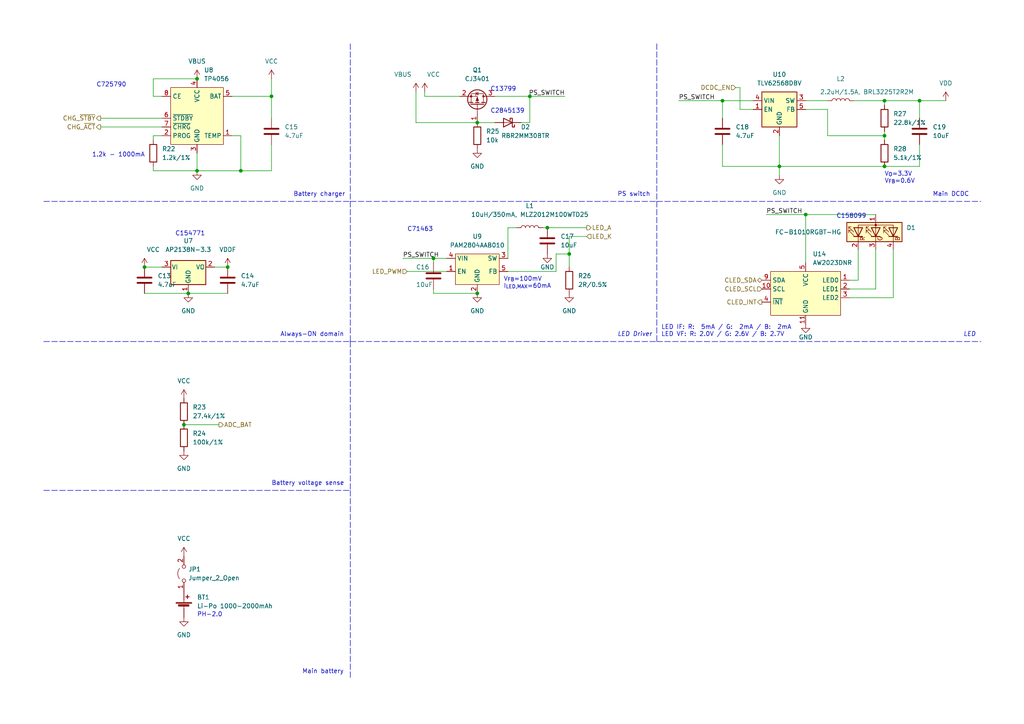
<source format=kicad_sch>
(kicad_sch (version 20211123) (generator eeschema)
  (paper "A4")
  (title_block (title "Home Sensor Tag") (rev "A0") (company "iM.Inc") (comment 1 "PRE-RELEASE"))
  (lib_symbols
    (symbol "Battery_Management_Local:TP4056"
      (property "Reference" "U" (at 0 0 0))
      (property "Value" "TP4056" (at 25.4 11.43 0))
      (symbol "TP4056_0_0"
        (pin input line (at 10.16 -5.08 180) (length 2.54) (name "TEMP") (number "1"))
        (pin input line (at -10.16 -5.08 0) (length 2.54) (name "PROG") (number "2"))
        (pin power_in line (at 0 -10.16 90) (length 2.54) (name "GND") (number "3"))
        (pin power_in line (at 0 11.43 270) (length 2.54) (name "VCC") (number "4"))
        (pin power_out line (at 10.16 6.35 180) (length 2.54) (name "BAT") (number "5"))
        (pin open_collector line (at -10.16 0 0) (length 2.54) (name "~{STDBY}") (number "6"))
        (pin open_collector line (at -10.16 -2.54 0) (length 2.54) (name "~{CHRG}") (number "7"))
        (pin input line (at -10.16 6.35 0) (length 2.54) (name "CE") (number "8"))
      )
      (symbol "TP4056_0_1"
        (rectangle (start -7.62 8.89) (end 7.62 -7.62) (fill (type background)))
      )
    )
    (symbol "Device:Battery_Cell" (pin_numbers hide) (pin_names (offset 0) hide)
      (property "Reference" "BT" (at 2.54 2.54 0))
      (property "Value" "Battery_Cell" (at 2.54 0 0))
      (symbol "Battery_Cell_0_1"
        (rectangle (start -2.286 1.778) (end 2.286 1.524) (fill (type outline)))
        (rectangle (start -1.5748 1.1938) (end 1.4732 0.6858) (fill (type outline)))
        (polyline (pts (xy 0 0.762) (xy 0 0)))
        (polyline (pts (xy 0 1.778) (xy 0 2.54)))
        (polyline (pts (xy 0.508 3.429) (xy 1.524 3.429)) (stroke (width 0.254)))
        (polyline (pts (xy 1.016 3.937) (xy 1.016 2.921)) (stroke (width 0.254)))
      )
      (symbol "Battery_Cell_1_1"
        (pin passive line (at 0 5.08 270) (length 2.54) (name "+") (number "1"))
        (pin passive line (at 0 -2.54 90) (length 2.54) (name "-") (number "2"))
      )
    )
    (symbol "Device:C" (pin_numbers hide) (pin_names (offset 0.254))
      (property "Reference" "C" (at 0.635 2.54 0))
      (property "Value" "C" (at 0.635 -2.54 0))
      (symbol "C_0_1"
        (polyline (pts (xy -2.032 -0.762) (xy 2.032 -0.762)) (stroke (width 0.508)))
        (polyline (pts (xy -2.032 0.762) (xy 2.032 0.762)) (stroke (width 0.508)))
      )
      (symbol "C_1_1"
        (pin passive line (at 0 3.81 270) (length 2.794) (name "~") (number "1"))
        (pin passive line (at 0 -3.81 90) (length 2.794) (name "~") (number "2"))
      )
    )
    (symbol "Device:D_Schottky" (pin_numbers hide) (pin_names (offset 1.016) hide)
      (property "Reference" "D" (at 0 2.54 0))
      (property "Value" "D_Schottky" (at 0 -2.54 0))
      (symbol "D_Schottky_0_1"
        (polyline (pts (xy 1.27 0) (xy -1.27 0)))
        (polyline (pts (xy 1.27 1.27) (xy 1.27 -1.27) (xy -1.27 0) (xy 1.27 1.27)) (stroke (width 0.254)))
        (polyline (pts (xy -1.905 0.635) (xy -1.905 1.27) (xy -1.27 1.27) (xy -1.27 -1.27) (xy -0.635 -1.27) (xy -0.635 -0.635)) (stroke (width 0.254)))
      )
      (symbol "D_Schottky_1_1"
        (pin passive line (at -3.81 0 0) (length 2.54) (name "K") (number "1"))
        (pin passive line (at 3.81 0 180) (length 2.54) (name "A") (number "2"))
      )
    )
    (symbol "Device:L" (pin_numbers hide) (pin_names (offset 1.016) hide)
      (property "Reference" "L" (at -1.27 0 90))
      (property "Value" "L" (at 1.905 0 90))
      (symbol "L_0_1"
        (arc (start 0 -2.54) (mid 0.635 -1.905) (end 0 -1.27))
        (arc (start 0 -1.27) (mid 0.635 -0.635) (end 0 0))
        (arc (start 0 0) (mid 0.635 0.635) (end 0 1.27))
        (arc (start 0 1.27) (mid 0.635 1.905) (end 0 2.54))
      )
      (symbol "L_1_1"
        (pin passive line (at 0 3.81 270) (length 1.27) (name "1") (number "1"))
        (pin passive line (at 0 -3.81 90) (length 1.27) (name "2") (number "2"))
      )
    )
    (symbol "Device:LED_ARGB" (pin_names (offset 0) hide)
      (property "Reference" "D" (at 0 9.398 0))
      (property "Value" "LED_ARGB" (at 0 -8.89 0))
      (symbol "LED_ARGB_0_0"
        (text "B" (at -1.905 -6.35 0) (effects (font (size 1.27 1.27))))
        (text "G" (at -1.905 -1.27 0) (effects (font (size 1.27 1.27))))
        (text "R" (at -1.905 3.81 0) (effects (font (size 1.27 1.27))))
      )
      (symbol "LED_ARGB_0_1"
        (polyline (pts (xy -1.27 -5.08) (xy -2.54 -5.08)))
        (polyline (pts (xy -1.27 -5.08) (xy 1.27 -5.08)))
        (polyline (pts (xy -1.27 -3.81) (xy -1.27 -6.35)) (stroke (width 0.254)))
        (polyline (pts (xy -1.27 0) (xy -2.54 0)))
        (polyline (pts (xy -1.27 1.27) (xy -1.27 -1.27)) (stroke (width 0.254)))
        (polyline (pts (xy -1.27 5.08) (xy -2.54 5.08)))
        (polyline (pts (xy -1.27 5.08) (xy 1.27 5.08)))
        (polyline (pts (xy -1.27 6.35) (xy -1.27 3.81)) (stroke (width 0.254)))
        (polyline (pts (xy 1.27 0) (xy -1.27 0)))
        (polyline (pts (xy 1.27 0) (xy 2.54 0)))
        (polyline (pts (xy -1.27 1.27) (xy -1.27 -1.27) (xy -1.27 -1.27)))
        (polyline (pts (xy -1.27 6.35) (xy -1.27 3.81) (xy -1.27 3.81)))
        (polyline (pts (xy 1.27 -5.08) (xy 2.032 -5.08) (xy 2.032 5.08) (xy 1.27 5.08)))
        (polyline (pts (xy 1.27 -3.81) (xy 1.27 -6.35) (xy -1.27 -5.08) (xy 1.27 -3.81)) (stroke (width 0.254)))
        (polyline (pts (xy 1.27 1.27) (xy 1.27 -1.27) (xy -1.27 0) (xy 1.27 1.27)) (stroke (width 0.254)))
        (polyline (pts (xy 1.27 6.35) (xy 1.27 3.81) (xy -1.27 5.08) (xy 1.27 6.35)) (stroke (width 0.254)))
        (polyline (pts (xy -1.016 -3.81) (xy 0.508 -2.286) (xy -0.254 -2.286) (xy 0.508 -2.286) (xy 0.508 -3.048)))
        (polyline (pts (xy -1.016 1.27) (xy 0.508 2.794) (xy -0.254 2.794) (xy 0.508 2.794) (xy 0.508 2.032)))
        (polyline (pts (xy -1.016 6.35) (xy 0.508 7.874) (xy -0.254 7.874) (xy 0.508 7.874) (xy 0.508 7.112)))
        (polyline (pts (xy 0 -3.81) (xy 1.524 -2.286) (xy 0.762 -2.286) (xy 1.524 -2.286) (xy 1.524 -3.048)))
        (polyline (pts (xy 0 1.27) (xy 1.524 2.794) (xy 0.762 2.794) (xy 1.524 2.794) (xy 1.524 2.032)))
        (polyline (pts (xy 0 6.35) (xy 1.524 7.874) (xy 0.762 7.874) (xy 1.524 7.874) (xy 1.524 7.112)))
        (rectangle (start 1.27 -1.27) (end 1.27 1.27))
        (rectangle (start 1.27 1.27) (end 1.27 1.27))
        (rectangle (start 1.27 3.81) (end 1.27 6.35))
        (rectangle (start 1.27 6.35) (end 1.27 6.35))
        (circle (center 2.032 0) (radius 0.254) (fill (type outline)))
        (rectangle (start 2.794 8.382) (end -2.794 -7.62) (stroke (width 0.254)) (fill (type background)))
      )
      (symbol "LED_ARGB_1_1"
        (pin passive line (at 5.08 0 180) (length 2.54) (name "A") (number "1"))
        (pin passive line (at -5.08 5.08 0) (length 2.54) (name "RK") (number "2"))
        (pin passive line (at -5.08 0 0) (length 2.54) (name "GK") (number "3"))
        (pin passive line (at -5.08 -5.08 0) (length 2.54) (name "BK") (number "4"))
      )
    )
    (symbol "Device:Q_PMOS_GSD" (pin_names (offset 0) hide)
      (property "Reference" "Q" (at 5.08 1.27 0))
      (property "Value" "Q_PMOS_GSD" (at 5.08 -1.27 0))
      (symbol "Q_PMOS_GSD_0_1"
        (polyline (pts (xy 0.254 0) (xy -2.54 0)))
        (polyline (pts (xy 0.254 1.905) (xy 0.254 -1.905)) (stroke (width 0.254)))
        (polyline (pts (xy 0.762 -1.27) (xy 0.762 -2.286)) (stroke (width 0.254)))
        (polyline (pts (xy 0.762 0.508) (xy 0.762 -0.508)) (stroke (width 0.254)))
        (polyline (pts (xy 0.762 2.286) (xy 0.762 1.27)) (stroke (width 0.254)))
        (polyline (pts (xy 2.54 2.54) (xy 2.54 1.778)))
        (polyline (pts (xy 2.54 -2.54) (xy 2.54 0) (xy 0.762 0)))
        (polyline (pts (xy 0.762 1.778) (xy 3.302 1.778) (xy 3.302 -1.778) (xy 0.762 -1.778)))
        (polyline (pts (xy 2.286 0) (xy 1.27 0.381) (xy 1.27 -0.381) (xy 2.286 0)) (fill (type outline)))
        (polyline (pts (xy 2.794 -0.508) (xy 2.921 -0.381) (xy 3.683 -0.381) (xy 3.81 -0.254)))
        (polyline (pts (xy 3.302 -0.381) (xy 2.921 0.254) (xy 3.683 0.254) (xy 3.302 -0.381)))
        (circle (center 1.651 0) (radius 2.794) (stroke (width 0.254)))
        (circle (center 2.54 -1.778) (radius 0.254) (fill (type outline)))
        (circle (center 2.54 1.778) (radius 0.254) (fill (type outline)))
      )
      (symbol "Q_PMOS_GSD_1_1"
        (pin input line (at -5.08 0 0) (length 2.54) (name "G") (number "1"))
        (pin passive line (at 2.54 -5.08 90) (length 2.54) (name "S") (number "2"))
        (pin passive line (at 2.54 5.08 270) (length 2.54) (name "D") (number "3"))
      )
    )
    (symbol "Device:R" (pin_numbers hide) (pin_names (offset 0))
      (property "Reference" "R" (at 2.032 0 90))
      (property "Value" "R" (at 0 0 90))
      (symbol "R_0_1"
        (rectangle (start -1.016 -2.54) (end 1.016 2.54) (stroke (width 0.254)))
      )
      (symbol "R_1_1"
        (pin passive line (at 0 3.81 270) (length 1.27) (name "~") (number "1"))
        (pin passive line (at 0 -3.81 90) (length 1.27) (name "~") (number "2"))
      )
    )
    (symbol "Jumper:Jumper_2_Open" (pin_names (offset 0) hide)
      (property "Reference" "JP" (at 0 2.794 0))
      (property "Value" "Jumper_2_Open" (at 0 -2.286 0))
      (symbol "Jumper_2_Open_0_0"
        (circle (center -2.032 0) (radius 0.508))
        (circle (center 2.032 0) (radius 0.508))
      )
      (symbol "Jumper_2_Open_0_1"
        (arc (start 1.524 1.27) (mid 0 1.778) (end -1.524 1.27))
      )
      (symbol "Jumper_2_Open_1_1"
        (pin passive line (at -5.08 0 0) (length 2.54) (name "A") (number "1"))
        (pin passive line (at 5.08 0 180) (length 2.54) (name "B") (number "2"))
      )
    )
    (symbol "LED_Driver:AW2023DNR"
      (property "Reference" "U" (at -8.89 6.35 0))
      (property "Value" "AW2023DNR" (at 7.62 6.35 0))
      (symbol "AW2023DNR_0_0"
        (pin power_out line (at 12.7 2.54 180) (length 2.54) (name "LED0") (number "1"))
        (pin input line (at -12.7 0 0) (length 2.54) (name "SCL") (number "10"))
        (pin input line (at 0 -10.16 90) (length 2.54) (name "GND") (number "11"))
        (pin power_out line (at 12.7 0 180) (length 2.54) (name "LED1") (number "2"))
        (pin power_out line (at 12.7 -2.54 180) (length 2.54) (name "LED2") (number "3"))
        (pin open_collector line (at -12.7 -3.81 0) (length 2.54) (name "~{INT}") (number "4"))
        (pin power_in line (at 0 7.62 270) (length 2.54) (name "VCC") (number "5"))
        (pin no_connect line (at 12.7 -5.08 180) (length 2.54) hide (name "NC") (number "6"))
        (pin no_connect line (at 12.7 -5.08 180) (length 2.54) hide (name "NC") (number "7"))
        (pin no_connect line (at 12.7 -5.08 180) (length 2.54) hide (name "NC") (number "8"))
        (pin tri_state line (at -12.7 2.54 0) (length 2.54) (name "SDA") (number "9"))
      )
      (symbol "AW2023DNR_0_1"
        (rectangle (start -10.16 5.08) (end 10.16 -7.62) (stroke (width 0.1524)) (fill (type background)))
      )
    )
    (symbol "LED_Driver:PAM2804AAB010"
      (property "Reference" "U" (at -6.35 5.08 0))
      (property "Value" "PAM2804AAB010" (at 10.16 5.08 0))
      (symbol "PAM2804AAB010_0_0"
        (pin input line (at -8.89 -1.27 0) (length 2.54) (name "EN") (number "1"))
        (pin power_in line (at 0 -7.62 90) (length 2.54) (name "GND") (number "2"))
        (pin power_out line (at 8.89 2.54 180) (length 2.54) (name "SW") (number "3"))
        (pin power_in line (at -8.89 2.54 0) (length 2.54) (name "VIN") (number "4"))
        (pin input line (at 8.89 -1.27 180) (length 2.54) (name "FB") (number "5"))
      )
      (symbol "PAM2804AAB010_0_1"
        (rectangle (start -6.35 3.81) (end 6.35 -5.08) (fill (type background)))
      )
    )
    (symbol "Regulator_Linear:AP2127N-3.3" (pin_names (offset 0.254))
      (property "Reference" "U" (at -3.81 3.175 0))
      (property "Value" "AP2127N-3.3" (at 0 3.175 0))
      (symbol "AP2127N-3.3_0_1"
        (rectangle (start -5.08 1.905) (end 5.08 -5.08) (stroke (width 0.254)) (fill (type background)))
      )
      (symbol "AP2127N-3.3_1_1"
        (pin power_in line (at 0 -7.62 90) (length 2.54) (name "GND") (number "1"))
        (pin power_out line (at 7.62 0 180) (length 2.54) (name "VO") (number "2"))
        (pin power_in line (at -7.62 0 0) (length 2.54) (name "VI") (number "3"))
      )
    )
    (symbol "Regulator_Switching:TLV62568DBV"
      (property "Reference" "U" (at -5.08 6.35 0))
      (property "Value" "TLV62568DBV" (at 0 6.35 0))
      (symbol "TLV62568DBV_0_1"
        (rectangle (start -5.08 5.08) (end 5.08 -5.08) (stroke (width 0.254)) (fill (type background)))
      )
      (symbol "TLV62568DBV_1_1"
        (pin input line (at -7.62 0 0) (length 2.54) (name "EN") (number "1"))
        (pin power_in line (at 0 -7.62 90) (length 2.54) (name "GND") (number "2"))
        (pin power_out line (at 7.62 2.54 180) (length 2.54) (name "SW") (number "3"))
        (pin power_in line (at -7.62 2.54 0) (length 2.54) (name "VIN") (number "4"))
        (pin input line (at 7.62 0 180) (length 2.54) (name "FB") (number "5"))
      )
    )
    (symbol "power:GND" (power) (pin_names (offset 0))
      (property "Value" "GND" (at 0 -3.81 0))
      (symbol "GND_0_1"
        (polyline (pts (xy 0 0) (xy 0 -1.27) (xy 1.27 -1.27) (xy 0 -2.54) (xy -1.27 -1.27) (xy 0 -1.27)))
      )
      (symbol "GND_1_1"
        (pin power_in line (at 0 0 270) (length 0) hide (name "GND") (number "1"))
      )
    )
    (symbol "power:VBUS" (power) (pin_names (offset 0))
      (property "Value" "VBUS" (at 0 3.81 0))
      (symbol "VBUS_0_1"
        (polyline (pts (xy -0.762 1.27) (xy 0 2.54)))
        (polyline (pts (xy 0 0) (xy 0 2.54)))
        (polyline (pts (xy 0 2.54) (xy 0.762 1.27)))
      )
      (symbol "VBUS_1_1"
        (pin power_in line (at 0 0 90) (length 0) hide (name "VBUS") (number "1"))
      )
    )
    (symbol "power:VCC" (power) (pin_names (offset 0))
      (property "Value" "VCC" (at 0 3.81 0))
      (symbol "VCC_0_1"
        (polyline (pts (xy -0.762 1.27) (xy 0 2.54)))
        (polyline (pts (xy 0 0) (xy 0 2.54)))
        (polyline (pts (xy 0 2.54) (xy 0.762 1.27)))
      )
      (symbol "VCC_1_1"
        (pin power_in line (at 0 0 90) (length 0) hide (name "VCC") (number "1"))
      )
    )
    (symbol "power:VDD" (power) (pin_names (offset 0))
      (property "Value" "VDD" (at 0 3.81 0))
      (symbol "VDD_0_1"
        (polyline (pts (xy -0.762 1.27) (xy 0 2.54)))
        (polyline (pts (xy 0 0) (xy 0 2.54)))
        (polyline (pts (xy 0 2.54) (xy 0.762 1.27)))
      )
      (symbol "VDD_1_1"
        (pin power_in line (at 0 0 90) (length 0) hide (name "VDD") (number "1"))
      )
    )
    (symbol "power:VDDF" (power) (pin_names (offset 0))
      (property "Value" "VDDF" (at 0 3.81 0))
      (symbol "VDDF_0_1"
        (polyline (pts (xy -0.762 1.27) (xy 0 2.54)))
        (polyline (pts (xy 0 0) (xy 0 2.54)))
        (polyline (pts (xy 0 2.54) (xy 0.762 1.27)))
      )
      (symbol "VDDF_1_1"
        (pin power_in line (at 0 0 90) (length 0) hide (name "VDDF") (number "1"))
      )
    )
  )
  (junction (at 158.75 66.04))
  (junction (at 69.85 49.53))
  (junction (at 266.7 29.21))
  (junction (at 256.54 48.26))
  (junction (at 256.54 29.21))
  (junction (at 209.55 29.21))
  (junction (at 233.68 62.23))
  (junction (at 66.04 77.47))
  (junction (at 57.15 22.86))
  (junction (at 256.54 39.37))
  (junction (at 57.15 49.53))
  (junction (at 165.1 73.66))
  (junction (at 153.67 27.94))
  (junction (at 138.43 35.56))
  (junction (at 226.06 48.26))
  (junction (at 125.73 74.93))
  (junction (at 138.43 85.09))
  (junction (at 41.91 77.47))
  (junction (at 54.61 85.09))
  (junction (at 78.74 27.94))
  (junction (at 53.34 123.19))
  (wire (pts (xy 165.1 68.58) (xy 170.18 68.58)))
  (wire (pts (xy 254 72.39) (xy 254 83.82)))
  (polyline (pts (xy 101.6 58.42) (xy 190.5 58.42)))
  (wire (pts (xy 158.75 66.04) (xy 170.18 66.04)))
  (wire (pts (xy 44.45 27.94) (xy 44.45 22.86)))
  (polyline (pts (xy 101.6 99.06) (xy 190.5 99.06)))
  (wire (pts (xy 147.32 78.74) (xy 161.29 78.74)))
  (wire (pts (xy 153.67 27.94) (xy 153.67 35.56)))
  (wire (pts (xy 248.92 81.28) (xy 248.92 72.39)))
  (wire (pts (xy 123.19 27.94) (xy 133.35 27.94)))
  (wire (pts (xy 233.68 31.75) (xy 240.03 31.75)))
  (polyline (pts (xy 190.5 58.42) (xy 284.48 58.42)))
  (wire (pts (xy 165.1 68.58) (xy 165.1 73.66)))
  (wire (pts (xy 226.06 48.26) (xy 226.06 50.8)))
  (wire (pts (xy 57.15 44.45) (xy 57.15 49.53)))
  (wire (pts (xy 118.11 78.74) (xy 129.54 78.74)))
  (wire (pts (xy 165.1 73.66) (xy 165.1 77.47)))
  (wire (pts (xy 256.54 39.37) (xy 256.54 40.64)))
  (wire (pts (xy 161.29 78.74) (xy 161.29 73.66)))
  (wire (pts (xy 246.38 81.28) (xy 248.92 81.28)))
  (wire (pts (xy 44.45 39.37) (xy 46.99 39.37)))
  (wire (pts (xy 120.65 35.56) (xy 138.43 35.56)))
  (wire (pts (xy 41.91 85.09) (xy 54.61 85.09)))
  (wire (pts (xy 44.45 40.64) (xy 44.45 39.37)))
  (wire (pts (xy 209.55 48.26) (xy 226.06 48.26)))
  (wire (pts (xy 226.06 39.37) (xy 226.06 48.26)))
  (wire (pts (xy 254 83.82) (xy 246.38 83.82)))
  (wire (pts (xy 233.68 62.23) (xy 233.68 76.2)))
  (wire (pts (xy 44.45 22.86) (xy 57.15 22.86)))
  (wire (pts (xy 78.74 41.91) (xy 78.74 49.53)))
  (wire (pts (xy 69.85 39.37) (xy 69.85 49.53)))
  (wire (pts (xy 209.55 34.29) (xy 209.55 29.21)))
  (wire (pts (xy 266.7 48.26) (xy 256.54 48.26)))
  (wire (pts (xy 246.38 86.36) (xy 259.08 86.36)))
  (wire (pts (xy 240.03 31.75) (xy 240.03 39.37)))
  (wire (pts (xy 125.73 74.93) (xy 129.54 74.93)))
  (wire (pts (xy 256.54 29.21) (xy 266.7 29.21)))
  (polyline (pts (xy 190.5 58.42) (xy 190.5 99.06)))
  (wire (pts (xy 259.08 72.39) (xy 259.08 86.36)))
  (wire (pts (xy 120.65 26.67) (xy 120.65 35.56)))
  (wire (pts (xy 266.7 29.21) (xy 274.32 29.21)))
  (polyline (pts (xy 101.6 58.42) (xy 101.6 99.06)))
  (wire (pts (xy 138.43 35.56) (xy 143.51 35.56)))
  (wire (pts (xy 247.65 29.21) (xy 256.54 29.21)))
  (wire (pts (xy 54.61 85.09) (xy 66.04 85.09)))
  (polyline (pts (xy 190.5 12.7) (xy 190.5 58.42)))
  (wire (pts (xy 78.74 22.86) (xy 78.74 27.94)))
  (wire (pts (xy 53.34 123.19) (xy 63.5 123.19)))
  (wire (pts (xy 67.31 27.94) (xy 78.74 27.94)))
  (wire (pts (xy 153.67 27.94) (xy 163.83 27.94)))
  (polyline (pts (xy 101.6 12.7) (xy 101.6 58.42)))
  (wire (pts (xy 46.99 34.29) (xy 29.21 34.29)))
  (wire (pts (xy 240.03 39.37) (xy 256.54 39.37)))
  (wire (pts (xy 196.85 29.21) (xy 209.55 29.21)))
  (polyline (pts (xy 12.7 99.06) (xy 101.6 99.06)))
  (wire (pts (xy 214.63 31.75) (xy 218.44 31.75)))
  (wire (pts (xy 153.67 35.56) (xy 151.13 35.56)))
  (wire (pts (xy 62.23 77.47) (xy 66.04 77.47)))
  (wire (pts (xy 41.91 77.47) (xy 46.99 77.47)))
  (wire (pts (xy 125.73 85.09) (xy 138.43 85.09)))
  (wire (pts (xy 214.63 25.4) (xy 214.63 31.75)))
  (wire (pts (xy 157.48 66.04) (xy 158.75 66.04)))
  (wire (pts (xy 44.45 49.53) (xy 57.15 49.53)))
  (wire (pts (xy 44.45 48.26) (xy 44.45 49.53)))
  (wire (pts (xy 161.29 73.66) (xy 165.1 73.66)))
  (wire (pts (xy 57.15 49.53) (xy 69.85 49.53)))
  (wire (pts (xy 69.85 49.53) (xy 78.74 49.53)))
  (wire (pts (xy 125.73 74.93) (xy 125.73 76.2)))
  (wire (pts (xy 46.99 27.94) (xy 44.45 27.94)))
  (wire (pts (xy 266.7 41.91) (xy 266.7 48.26)))
  (polyline (pts (xy 101.6 99.06) (xy 101.6 142.24)))
  (wire (pts (xy 209.55 41.91) (xy 209.55 48.26)))
  (wire (pts (xy 143.51 27.94) (xy 153.67 27.94)))
  (wire (pts (xy 116.84 74.93) (xy 125.73 74.93)))
  (wire (pts (xy 256.54 30.48) (xy 256.54 29.21)))
  (wire (pts (xy 254 62.23) (xy 233.68 62.23)))
  (polyline (pts (xy 12.7 58.42) (xy 101.6 58.42)))
  (wire (pts (xy 222.25 62.23) (xy 233.68 62.23)))
  (wire (pts (xy 29.21 36.83) (xy 46.99 36.83)))
  (wire (pts (xy 78.74 27.94) (xy 78.74 34.29)))
  (wire (pts (xy 256.54 38.1) (xy 256.54 39.37)))
  (polyline (pts (xy 101.6 142.24) (xy 101.6 196.85)))
  (wire (pts (xy 213.36 25.4) (xy 214.63 25.4)))
  (wire (pts (xy 266.7 29.21) (xy 266.7 34.29)))
  (wire (pts (xy 233.68 29.21) (xy 240.03 29.21)))
  (wire (pts (xy 226.06 48.26) (xy 256.54 48.26)))
  (wire (pts (xy 209.55 29.21) (xy 218.44 29.21)))
  (wire (pts (xy 147.32 66.04) (xy 149.86 66.04)))
  (polyline (pts (xy 190.5 99.06) (xy 284.48 99.06)))
  (wire (pts (xy 123.19 26.67) (xy 123.19 27.94)))
  (wire (pts (xy 125.73 83.82) (xy 125.73 85.09)))
  (wire (pts (xy 67.31 39.37) (xy 69.85 39.37)))
  (wire (pts (xy 147.32 66.04) (xy 147.32 74.93)))
  (polyline (pts (xy 12.7 142.24) (xy 101.6 142.24)))
  (text "1.2k - 1000mA" (at 26.67 45.72 0) (effects (font (size 1.27 1.27)) (justify left bottom)))
  (text "C2845139" (at 142.24 33.02 0) (effects (font (size 1.27 1.27)) (justify left bottom)))
  (text "C71463" (at 118.11 67.31 0) (effects (font (size 1.27 1.27)) (justify left bottom)))
  (text "Battery charger" (at 85.09 57.15 0) (effects (font (size 1.27 1.27)) (justify left bottom)))
  (text "PH-2.0" (at 57.15 179.07 0) (effects (font (size 1.27 1.27)) (justify left bottom)))
  (text "V_{O}=3.3V\nV_{FB}=0.6V" (at 256.54 53.34 0) (effects (font (size 1.27 1.27)) (justify left bottom)))
  (text "Main DCDC" (at 270.51 57.15 0) (effects (font (size 1.27 1.27)) (justify left bottom)))
  (text "LED IF: R:  5mA / G:  2mA / B:  2mA\nLED VF: R: 2.0V / G: 2.6V / B: 2.7V" (at 191.77 97.79 0) (effects (font (size 1.27 1.27)) (justify left bottom)))
  (text "C158099" (at 242.57 63.5 0) (effects (font (size 1.27 1.27)) (justify left bottom)))
  (text "Battery voltage sense" (at 78.74 140.97 0) (effects (font (size 1.27 1.27)) (justify left bottom)))
  (text "Main battery" (at 87.63 195.58 0) (effects (font (size 1.27 1.27)) (justify left bottom)))
  (text "V_{FB}=100mV\nI_{LED,MAX}=60mA" (at 146.05 83.82 0) (effects (font (size 1.27 1.27)) (justify left bottom)))
  (text "C154771" (at 50.8 68.58 0) (effects (font (size 1.27 1.27)) (justify left bottom)))
  (text "LED Driver" (at 179.07 97.79 0) (effects (font (size 1.27 1.27) italic) (justify left bottom)))
  (text "PS switch" (at 179.07 57.15 0) (effects (font (size 1.27 1.27)) (justify left bottom)))
  (text "C725790" (at 27.94 25.4 0) (effects (font (size 1.27 1.27)) (justify left bottom)))
  (text "LED" (at 279.4 97.79 0) (effects (font (size 1.27 1.27) italic) (justify left bottom)))
  (text "C13799" (at 142.24 26.67 0) (effects (font (size 1.27 1.27)) (justify left bottom)))
  (text "Always-ON domain" (at 81.28 97.79 0) (effects (font (size 1.27 1.27)) (justify left bottom)))
  (label "PS_SWITCH" (at 163.83 27.94 180))
  (label "PS_SWITCH" (at 196.85 29.21 0))
  (label "PS_SWITCH" (at 116.84 74.93 0))
  (label "PS_SWITCH" (at 222.25 62.23 0))
  (hierarchical_label "DCDC_EN" (shape input) (at 213.36 25.4 180))
  (hierarchical_label "CLED_SDA" (shape bidirectional) (at 220.98 81.28 180))
  (hierarchical_label "ADC_BAT" (shape output) (at 63.5 123.19 0))
  (hierarchical_label "CLED_SCL" (shape input) (at 220.98 83.82 180))
  (hierarchical_label "LED_K" (shape input) (at 170.18 68.58 0))
  (hierarchical_label "CHG_~{ACT}" (shape output) (at 29.21 36.83 180))
  (hierarchical_label "LED_A" (shape output) (at 170.18 66.04 0))
  (hierarchical_label "LED_PWM" (shape input) (at 118.11 78.74 180))
  (hierarchical_label "CHG_~{STBY}" (shape output) (at 29.21 34.29 180))
  (hierarchical_label "CLED_INT" (shape output) (at 220.98 87.63 180))
  (symbol (lib_id "power:GND") (at 226.06 50.8 0) (unit 1)
    (property "Reference" "#PWR0121" (effects hide))
    (property "Value" "GND" (at 226.06 55.88 0))
  )
  (symbol (lib_id "Device:C") (at 78.74 38.1 0) (unit 1)
    (property "Reference" "C15" (at 82.55 36.8299 0) (effects (justify left)))
    (property "Value" "4.7uF" (at 82.55 39.3699 0) (effects (justify left)))
    (property "Footprint" "Capacitor_SMD:C_0603_1608Metric" (effects hide))
  )
  (symbol (lib_id "power:VBUS") (at 120.65 26.67 0) (unit 1)
    (property "Reference" "#PWR0127" (effects hide))
    (property "Value" "VBUS" (at 116.84 21.59 0))
  )
  (symbol (lib_id "power:VCC") (at 123.19 26.67 0) (unit 1)
    (property "Reference" "#PWR0126" (effects hide))
    (property "Value" "VCC" (at 125.73 21.59 0))
  )
  (symbol (lib_id "Device:C") (at 125.73 80.01 0) (unit 1)
    (property "Reference" "C16" (at 120.65 77.47 0) (effects (justify left)))
    (property "Value" "10uF" (at 120.65 82.55 0) (effects (justify left)))
    (property "Footprint" "Capacitor_SMD:C_0603_1608Metric" (effects hide))
  )
  (symbol (lib_id "Device:C") (at 66.04 81.28 0) (unit 1)
    (property "Reference" "C14" (at 69.85 80.0099 0) (effects (justify left)))
    (property "Value" "4.7uF" (at 69.85 82.5499 0) (effects (justify left)))
    (property "Footprint" "Capacitor_SMD:C_0603_1608Metric" (effects hide))
  )
  (symbol (lib_id "power:GND") (at 54.61 85.09 0) (unit 1)
    (property "Reference" "#PWR0132" (effects hide))
    (property "Value" "GND" (at 54.61 90.17 0))
  )
  (symbol (lib_id "Device:C") (at 41.91 81.28 0) (unit 1)
    (property "Reference" "C13" (at 45.72 80.0099 0) (effects (justify left)))
    (property "Value" "4.7uF" (at 45.72 82.5499 0) (effects (justify left)))
    (property "Footprint" "Capacitor_SMD:C_0603_1608Metric" (effects hide))
  )
  (symbol (lib_id "power:GND") (at 158.75 73.66 0) (unit 1)
    (property "Reference" "#PWR0143" (effects hide))
    (property "Value" "GND" (at 158.75 77.47 0))
  )
  (symbol (lib_id "Device:R") (at 165.1 81.28 0) (unit 1)
    (property "Reference" "R26" (at 167.64 80.0099 0) (effects (justify left)))
    (property "Value" "2R/0.5%" (at 167.64 82.5499 0) (effects (justify left)))
    (property "Footprint" "Resistor_SMD:R_0603_1608Metric" (effects hide))
  )
  (symbol (lib_id "Battery_Management_Local:TP4056") (at 57.15 34.29 0) (unit 1)
    (property "Reference" "U8" (at 59.1694 20.32 0) (effects (justify left)))
    (property "Value" "TP4056" (at 59.1694 22.86 0) (effects (justify left)))
    (property "Footprint" "Package_SO:SOIC-8-1EP_3.9x4.9mm_P1.27mm_EP2.62x3.51mm_ThermalVias" (effects hide))
  )
  (symbol (lib_id "Device:Battery_Cell") (at 53.34 176.53 0) (unit 1)
    (property "Reference" "BT1" (at 57.15 173.2279 0) (effects (justify left)))
    (property "Value" "Li-Po 1000-2000mAh" (at 57.15 175.7679 0) (effects (justify left)))
    (property "Footprint" "Connector_JST:JST_PH_B2B-PH-SM4-TB_1x02-1MP_P2.00mm_Vertical" (effects hide))
  )
  (symbol (lib_id "Device:R") (at 53.34 119.38 0) (unit 1)
    (property "Reference" "R23" (at 55.88 118.1099 0) (effects (justify left)))
    (property "Value" "27.4k/1%" (at 55.88 120.6499 0) (effects (justify left)))
    (property "Footprint" "Resistor_SMD:R_0402_1005Metric" (effects hide))
  )
  (symbol (lib_id "power:VDD") (at 274.32 29.21 0) (unit 1)
    (property "Reference" "#PWR0122" (effects hide))
    (property "Value" "VDD" (at 274.32 24.13 0))
  )
  (symbol (lib_id "power:VDDF") (at 66.04 77.47 0) (unit 1)
    (property "Reference" "#PWR0129" (effects hide))
    (property "Value" "VDDF" (at 66.04 72.39 0))
  )
  (symbol (lib_id "Device:R") (at 138.43 39.37 0) (unit 1)
    (property "Reference" "R25" (at 140.97 38.0999 0) (effects (justify left)))
    (property "Value" "10k" (at 140.97 40.6399 0) (effects (justify left)))
    (property "Footprint" "Resistor_SMD:R_0402_1005Metric" (effects hide))
  )
  (symbol (lib_id "power:GND") (at 53.34 179.07 0) (unit 1)
    (property "Reference" "#PWR0134" (effects hide))
    (property "Value" "GND" (at 53.34 184.15 0))
  )
  (symbol (lib_id "power:GND") (at 138.43 85.09 0) (unit 1)
    (property "Reference" "#PWR0145" (effects hide))
    (property "Value" "GND" (at 138.43 90.17 0))
  )
  (symbol (lib_id "Device:C") (at 266.7 38.1 0) (unit 1)
    (property "Reference" "C19" (at 270.51 36.8299 0) (effects (justify left)))
    (property "Value" "10uF" (at 270.51 39.3699 0) (effects (justify left)))
    (property "Footprint" "Capacitor_SMD:C_0603_1608Metric" (effects hide))
  )
  (symbol (lib_id "Device:R") (at 44.45 44.45 0) (unit 1)
    (property "Reference" "R22" (at 46.99 43.1799 0) (effects (justify left)))
    (property "Value" "1.2k/1%" (at 46.99 45.7199 0) (effects (justify left)))
    (property "Footprint" "Resistor_SMD:R_0402_1005Metric" (effects hide))
  )
  (symbol (lib_id "Device:L") (at 243.84 29.21 90) (unit 1)
    (property "Reference" "L2" (at 243.84 22.86 90))
    (property "Value" "2.2uH/1.5A, BRL3225T2R2M" (at 251.46 26.67 90))
    (property "Footprint" "Inductor_SMD:L_1210_3225Metric" (effects hide))
  )
  (symbol (lib_id "Device:C") (at 209.55 38.1 0) (unit 1)
    (property "Reference" "C18" (at 213.36 36.8299 0) (effects (justify left)))
    (property "Value" "4.7uF" (at 213.36 39.3699 0) (effects (justify left)))
    (property "Footprint" "Capacitor_SMD:C_0603_1608Metric" (effects hide))
  )
  (symbol (lib_id "power:GND") (at 165.1 85.09 0) (unit 1)
    (property "Reference" "#PWR0144" (effects hide))
    (property "Value" "GND" (at 165.1 90.17 0))
  )
  (symbol (lib_id "Device:R") (at 53.34 127 0) (unit 1)
    (property "Reference" "R24" (at 55.88 125.7299 0) (effects (justify left)))
    (property "Value" "100k/1%" (at 55.88 128.2699 0) (effects (justify left)))
    (property "Footprint" "Resistor_SMD:R_0402_1005Metric" (effects hide))
  )
  (symbol (lib_id "power:GND") (at 53.34 130.81 0) (unit 1)
    (property "Reference" "#PWR0133" (effects hide))
    (property "Value" "GND" (at 53.34 135.89 0))
  )
  (symbol (lib_id "LED_Driver:AW2023DNR") (at 233.68 83.82 0) (unit 1)
    (property "Reference" "U14" (at 235.6994 73.66 0) (effects (justify left)))
    (property "Value" "AW2023DNR" (at 235.6994 76.2 0) (effects (justify left)))
  )
  (symbol (lib_id "Device:C") (at 158.75 69.85 0) (unit 1)
    (property "Reference" "C17" (at 162.56 68.5799 0) (effects (justify left)))
    (property "Value" "10uF" (at 162.56 71.1199 0) (effects (justify left)))
    (property "Footprint" "Capacitor_SMD:C_0603_1608Metric" (effects hide))
  )
  (symbol (lib_id "Jumper:Jumper_2_Open") (at 53.34 166.37 90) (unit 1)
    (property "Reference" "JP1" (at 54.61 165.0999 90) (effects (justify right)))
    (property "Value" "Jumper_2_Open" (at 54.61 167.6399 90) (effects (justify right)))
    (property "Footprint" "Jumper:SolderJumper-2_P1.3mm_Open_TrianglePad1.0x1.5mm" (effects hide))
  )
  (symbol (lib_id "power:GND") (at 138.43 43.18 0) (unit 1)
    (property "Reference" "#PWR0128" (effects hide))
    (property "Value" "GND" (at 138.43 48.26 0))
  )
  (symbol (lib_id "power:VCC") (at 41.91 77.47 0) (unit 1)
    (property "Reference" "#PWR0131" (effects hide))
    (property "Value" "VCC" (at 44.45 72.39 0))
  )
  (symbol (lib_id "power:VCC") (at 78.74 22.86 0) (unit 1)
    (property "Reference" "#PWR0125" (effects hide))
    (property "Value" "VCC" (at 78.74 17.78 0))
  )
  (symbol (lib_id "Device:R") (at 256.54 44.45 0) (unit 1)
    (property "Reference" "R28" (at 259.08 43.1799 0) (effects (justify left)))
    (property "Value" "5.1k/1%" (at 259.08 45.7199 0) (effects (justify left)))
    (property "Footprint" "Resistor_SMD:R_0402_1005Metric" (effects hide))
  )
  (symbol (lib_id "Device:D_Schottky") (at 147.32 35.56 180) (unit 1)
    (property "Reference" "D2" (at 152.4 36.83 0))
    (property "Value" "RBR2MM30BTR" (at 152.4 39.37 0))
    (property "Footprint" "Diode_SMD:D_SOD-123" (effects hide))
  )
  (symbol (lib_id "power:VBUS") (at 57.15 22.86 0) (unit 1)
    (property "Reference" "#PWR0124" (effects hide))
    (property "Value" "VBUS" (at 57.15 17.78 0))
  )
  (symbol (lib_id "power:GND") (at 57.15 49.53 0) (unit 1)
    (property "Reference" "#PWR0142" (effects hide))
    (property "Value" "GND" (at 57.15 54.61 0))
  )
  (symbol (lib_id "Device:R") (at 256.54 34.29 0) (unit 1)
    (property "Reference" "R27" (at 259.08 33.0199 0) (effects (justify left)))
    (property "Value" "22.8k/1%" (at 259.08 35.5599 0) (effects (justify left)))
    (property "Footprint" "Resistor_SMD:R_0402_1005Metric" (effects hide))
  )
  (symbol (lib_id "LED_Driver:PAM2804AAB010") (at 138.43 77.47 0) (unit 1)
    (property "Reference" "U9" (at 138.43 68.58 0))
    (property "Value" "PAM2804AAB010" (at 138.43 71.12 0))
    (property "Footprint" "Package_TO_SOT_SMD:SOT-23-5" (effects hide))
  )
  (symbol (lib_id "Device:Q_PMOS_GSD") (at 138.43 30.48 270) (mirror x) (unit 1)
    (property "Reference" "Q1" (at 138.43 20.32 90))
    (property "Value" "CJ3401" (at 138.43 22.86 90))
    (property "Footprint" "Package_TO_SOT_SMD:SOT-23" (effects hide))
  )
  (symbol (lib_id "power:GND") (at 233.68 93.98 0) (unit 1)
    (property "Reference" "#PWR01" (effects hide))
    (property "Value" "GND" (at 233.68 97.79 0))
  )
  (symbol (lib_id "power:VCC") (at 53.34 161.29 0) (unit 1)
    (property "Reference" "#PWR0135" (effects hide))
    (property "Value" "VCC" (at 53.34 156.21 0))
  )
  (symbol (lib_id "Device:LED_ARGB") (at 254 67.31 90) (unit 1)
    (property "Reference" "D1" (at 262.89 66.0399 90) (effects (justify right)))
    (property "Value" "FC-B1010RGBT-HG" (at 224.79 67.31 90) (effects (justify right)))
    (property "Footprint" "LED_SMD:LED_Lumex_SML-LX0404SIUPGUSB" (effects hide))
  )
  (symbol (lib_id "Regulator_Switching:TLV62568DBV") (at 226.06 31.75 0) (unit 1)
    (property "Reference" "U10" (at 226.06 21.59 0))
    (property "Value" "TLV62568DBV" (at 226.06 24.13 0))
    (property "Footprint" "Package_TO_SOT_SMD:SOT-23-5" (effects hide))
    (property "Datasheet" "http://www.ti.com/lit/ds/symlink/tlv62568.pdf" (effects hide))
  )
  (symbol (lib_id "Device:L") (at 153.67 66.04 90) (unit 1)
    (property "Reference" "L1" (at 153.67 59.69 90))
    (property "Value" "10uH/350mA, MLZ2012M100WTD25" (at 153.67 62.23 90))
    (property "Footprint" "Inductor_SMD:L_0805_2012Metric" (effects hide))
  )
  (symbol (lib_id "Regulator_Linear:AP2127N-3.3") (at 54.61 77.47 0) (unit 1)
    (property "Reference" "U7" (at 54.61 69.85 0))
    (property "Value" "AP2138N-3.3" (at 54.61 72.39 0))
    (property "Footprint" "Package_TO_SOT_SMD:SOT-23" (effects hide))
    (property "Datasheet" "https://www.diodes.com/assets/Datasheets/AP2127.pdf" (effects hide))
  )
  (symbol (lib_id "power:VCC") (at 53.34 115.57 0) (unit 1)
    (property "Reference" "#PWR0130" (effects hide))
    (property "Value" "VCC" (at 53.34 110.49 0))
  )
)
</source>
